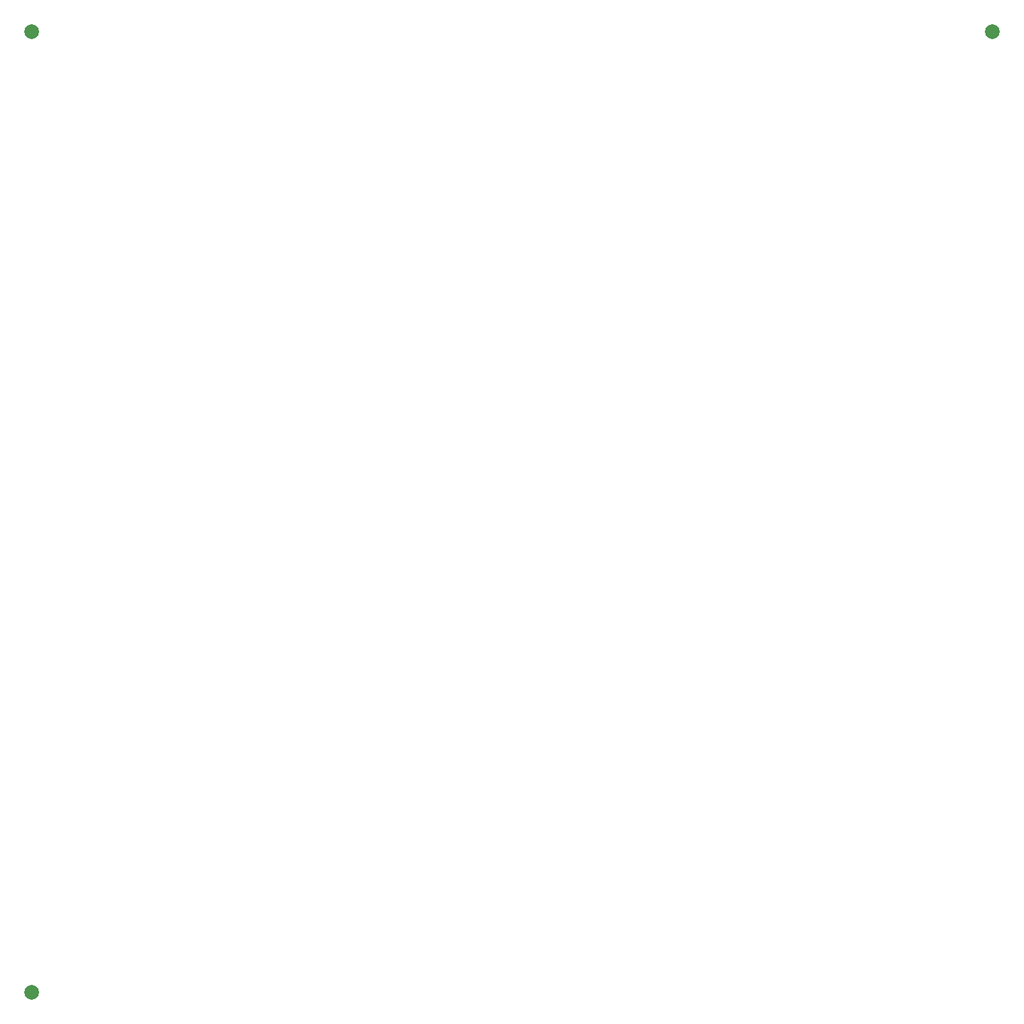
<source format=gtp>
G04 #@! TF.GenerationSoftware,KiCad,Pcbnew,7.0.0-da2b9df05c~165~ubuntu22.04.1*
G04 #@! TF.CreationDate,2023-04-26T22:06:21+00:00*
G04 #@! TF.ProjectId,pcb-panel,7063622d-7061-46e6-956c-2e6b69636164,5.0*
G04 #@! TF.SameCoordinates,Original*
G04 #@! TF.FileFunction,Paste,Top*
G04 #@! TF.FilePolarity,Positive*
%FSLAX46Y46*%
G04 Gerber Fmt 4.6, Leading zero omitted, Abs format (unit mm)*
G04 Created by KiCad (PCBNEW 7.0.0-da2b9df05c~165~ubuntu22.04.1) date 2023-04-26 22:06:21*
%MOMM*%
%LPD*%
G01*
G04 APERTURE LIST*
%ADD10C,2.000000*%
G04 APERTURE END LIST*
D10*
G04 #@! TO.C,REF\u002A\u002A*
X2500000Y2500000D03*
G04 #@! TD*
G04 #@! TO.C,REF\u002A\u002A*
X133500004Y133500005D03*
G04 #@! TD*
G04 #@! TO.C,REF\u002A\u002A*
X2500000Y133500005D03*
G04 #@! TD*
M02*

</source>
